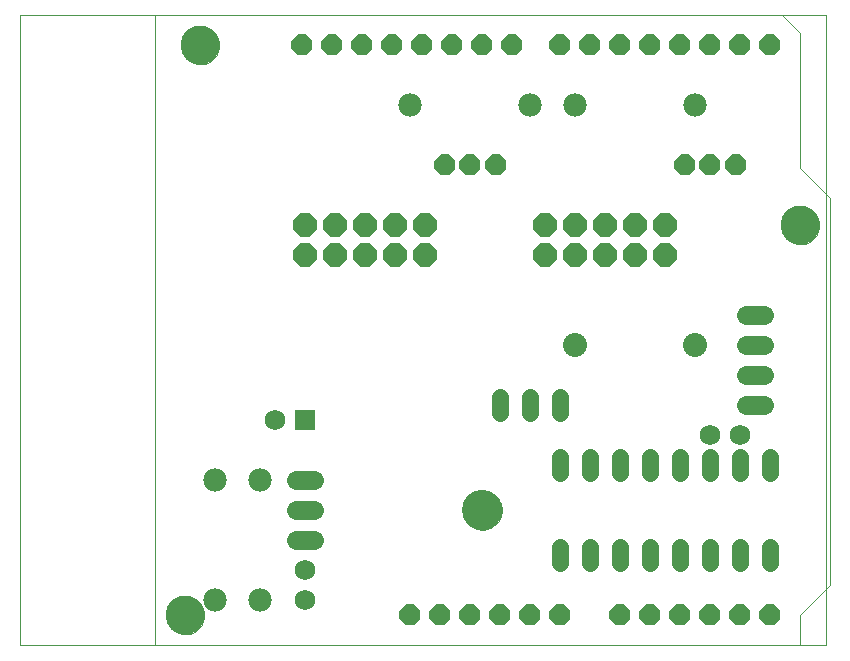
<source format=gbs>
G75*
G70*
%OFA0B0*%
%FSLAX24Y24*%
%IPPOS*%
%LPD*%
%AMOC8*
5,1,8,0,0,1.08239X$1,22.5*
%
%ADD10C,0.0000*%
%ADD11C,0.0560*%
%ADD12C,0.1300*%
%ADD13OC8,0.0700*%
%ADD14OC8,0.0780*%
%ADD15C,0.0640*%
%ADD16C,0.1340*%
%ADD17C,0.0780*%
%ADD18C,0.0690*%
%ADD19R,0.0690X0.0690*%
%ADD20C,0.0800*%
D10*
X002706Y000504D02*
X002706Y021504D01*
X028106Y021504D01*
X028706Y020904D01*
X028706Y016404D01*
X029706Y015404D01*
X029706Y002504D01*
X028706Y001504D01*
X028706Y000504D01*
X002706Y000504D01*
X007206Y000504D02*
X007206Y021500D01*
X029576Y021500D01*
X029576Y000504D01*
X007206Y000504D01*
X007576Y001504D02*
X007578Y001554D01*
X007584Y001604D01*
X007594Y001653D01*
X007608Y001701D01*
X007625Y001748D01*
X007646Y001793D01*
X007671Y001837D01*
X007699Y001878D01*
X007731Y001917D01*
X007765Y001954D01*
X007802Y001988D01*
X007842Y002018D01*
X007884Y002045D01*
X007928Y002069D01*
X007974Y002090D01*
X008021Y002106D01*
X008069Y002119D01*
X008119Y002128D01*
X008168Y002133D01*
X008219Y002134D01*
X008269Y002131D01*
X008318Y002124D01*
X008367Y002113D01*
X008415Y002098D01*
X008461Y002080D01*
X008506Y002058D01*
X008549Y002032D01*
X008590Y002003D01*
X008629Y001971D01*
X008665Y001936D01*
X008697Y001898D01*
X008727Y001858D01*
X008754Y001815D01*
X008777Y001771D01*
X008796Y001725D01*
X008812Y001677D01*
X008824Y001628D01*
X008832Y001579D01*
X008836Y001529D01*
X008836Y001479D01*
X008832Y001429D01*
X008824Y001380D01*
X008812Y001331D01*
X008796Y001283D01*
X008777Y001237D01*
X008754Y001193D01*
X008727Y001150D01*
X008697Y001110D01*
X008665Y001072D01*
X008629Y001037D01*
X008590Y001005D01*
X008549Y000976D01*
X008506Y000950D01*
X008461Y000928D01*
X008415Y000910D01*
X008367Y000895D01*
X008318Y000884D01*
X008269Y000877D01*
X008219Y000874D01*
X008168Y000875D01*
X008119Y000880D01*
X008069Y000889D01*
X008021Y000902D01*
X007974Y000918D01*
X007928Y000939D01*
X007884Y000963D01*
X007842Y000990D01*
X007802Y001020D01*
X007765Y001054D01*
X007731Y001091D01*
X007699Y001130D01*
X007671Y001171D01*
X007646Y001215D01*
X007625Y001260D01*
X007608Y001307D01*
X007594Y001355D01*
X007584Y001404D01*
X007578Y001454D01*
X007576Y001504D01*
X017456Y005004D02*
X017458Y005054D01*
X017464Y005104D01*
X017474Y005154D01*
X017487Y005202D01*
X017504Y005250D01*
X017525Y005296D01*
X017549Y005340D01*
X017577Y005382D01*
X017608Y005422D01*
X017642Y005459D01*
X017679Y005494D01*
X017718Y005525D01*
X017759Y005554D01*
X017803Y005579D01*
X017849Y005601D01*
X017896Y005619D01*
X017944Y005633D01*
X017993Y005644D01*
X018043Y005651D01*
X018093Y005654D01*
X018144Y005653D01*
X018194Y005648D01*
X018244Y005639D01*
X018292Y005627D01*
X018340Y005610D01*
X018386Y005590D01*
X018431Y005567D01*
X018474Y005540D01*
X018514Y005510D01*
X018552Y005477D01*
X018587Y005441D01*
X018620Y005402D01*
X018649Y005361D01*
X018675Y005318D01*
X018698Y005273D01*
X018717Y005226D01*
X018732Y005178D01*
X018744Y005129D01*
X018752Y005079D01*
X018756Y005029D01*
X018756Y004979D01*
X018752Y004929D01*
X018744Y004879D01*
X018732Y004830D01*
X018717Y004782D01*
X018698Y004735D01*
X018675Y004690D01*
X018649Y004647D01*
X018620Y004606D01*
X018587Y004567D01*
X018552Y004531D01*
X018514Y004498D01*
X018474Y004468D01*
X018431Y004441D01*
X018386Y004418D01*
X018340Y004398D01*
X018292Y004381D01*
X018244Y004369D01*
X018194Y004360D01*
X018144Y004355D01*
X018093Y004354D01*
X018043Y004357D01*
X017993Y004364D01*
X017944Y004375D01*
X017896Y004389D01*
X017849Y004407D01*
X017803Y004429D01*
X017759Y004454D01*
X017718Y004483D01*
X017679Y004514D01*
X017642Y004549D01*
X017608Y004586D01*
X017577Y004626D01*
X017549Y004668D01*
X017525Y004712D01*
X017504Y004758D01*
X017487Y004806D01*
X017474Y004854D01*
X017464Y004904D01*
X017458Y004954D01*
X017456Y005004D01*
X028076Y014504D02*
X028078Y014554D01*
X028084Y014604D01*
X028094Y014653D01*
X028108Y014701D01*
X028125Y014748D01*
X028146Y014793D01*
X028171Y014837D01*
X028199Y014878D01*
X028231Y014917D01*
X028265Y014954D01*
X028302Y014988D01*
X028342Y015018D01*
X028384Y015045D01*
X028428Y015069D01*
X028474Y015090D01*
X028521Y015106D01*
X028569Y015119D01*
X028619Y015128D01*
X028668Y015133D01*
X028719Y015134D01*
X028769Y015131D01*
X028818Y015124D01*
X028867Y015113D01*
X028915Y015098D01*
X028961Y015080D01*
X029006Y015058D01*
X029049Y015032D01*
X029090Y015003D01*
X029129Y014971D01*
X029165Y014936D01*
X029197Y014898D01*
X029227Y014858D01*
X029254Y014815D01*
X029277Y014771D01*
X029296Y014725D01*
X029312Y014677D01*
X029324Y014628D01*
X029332Y014579D01*
X029336Y014529D01*
X029336Y014479D01*
X029332Y014429D01*
X029324Y014380D01*
X029312Y014331D01*
X029296Y014283D01*
X029277Y014237D01*
X029254Y014193D01*
X029227Y014150D01*
X029197Y014110D01*
X029165Y014072D01*
X029129Y014037D01*
X029090Y014005D01*
X029049Y013976D01*
X029006Y013950D01*
X028961Y013928D01*
X028915Y013910D01*
X028867Y013895D01*
X028818Y013884D01*
X028769Y013877D01*
X028719Y013874D01*
X028668Y013875D01*
X028619Y013880D01*
X028569Y013889D01*
X028521Y013902D01*
X028474Y013918D01*
X028428Y013939D01*
X028384Y013963D01*
X028342Y013990D01*
X028302Y014020D01*
X028265Y014054D01*
X028231Y014091D01*
X028199Y014130D01*
X028171Y014171D01*
X028146Y014215D01*
X028125Y014260D01*
X028108Y014307D01*
X028094Y014355D01*
X028084Y014404D01*
X028078Y014454D01*
X028076Y014504D01*
X008076Y020504D02*
X008078Y020554D01*
X008084Y020604D01*
X008094Y020653D01*
X008108Y020701D01*
X008125Y020748D01*
X008146Y020793D01*
X008171Y020837D01*
X008199Y020878D01*
X008231Y020917D01*
X008265Y020954D01*
X008302Y020988D01*
X008342Y021018D01*
X008384Y021045D01*
X008428Y021069D01*
X008474Y021090D01*
X008521Y021106D01*
X008569Y021119D01*
X008619Y021128D01*
X008668Y021133D01*
X008719Y021134D01*
X008769Y021131D01*
X008818Y021124D01*
X008867Y021113D01*
X008915Y021098D01*
X008961Y021080D01*
X009006Y021058D01*
X009049Y021032D01*
X009090Y021003D01*
X009129Y020971D01*
X009165Y020936D01*
X009197Y020898D01*
X009227Y020858D01*
X009254Y020815D01*
X009277Y020771D01*
X009296Y020725D01*
X009312Y020677D01*
X009324Y020628D01*
X009332Y020579D01*
X009336Y020529D01*
X009336Y020479D01*
X009332Y020429D01*
X009324Y020380D01*
X009312Y020331D01*
X009296Y020283D01*
X009277Y020237D01*
X009254Y020193D01*
X009227Y020150D01*
X009197Y020110D01*
X009165Y020072D01*
X009129Y020037D01*
X009090Y020005D01*
X009049Y019976D01*
X009006Y019950D01*
X008961Y019928D01*
X008915Y019910D01*
X008867Y019895D01*
X008818Y019884D01*
X008769Y019877D01*
X008719Y019874D01*
X008668Y019875D01*
X008619Y019880D01*
X008569Y019889D01*
X008521Y019902D01*
X008474Y019918D01*
X008428Y019939D01*
X008384Y019963D01*
X008342Y019990D01*
X008302Y020020D01*
X008265Y020054D01*
X008231Y020091D01*
X008199Y020130D01*
X008171Y020171D01*
X008146Y020215D01*
X008125Y020260D01*
X008108Y020307D01*
X008094Y020355D01*
X008084Y020404D01*
X008078Y020454D01*
X008076Y020504D01*
D11*
X018706Y008764D02*
X018706Y008244D01*
X019706Y008244D02*
X019706Y008764D01*
X020706Y008764D02*
X020706Y008244D01*
X020706Y006764D02*
X020706Y006244D01*
X021706Y006244D02*
X021706Y006764D01*
X022706Y006764D02*
X022706Y006244D01*
X023706Y006244D02*
X023706Y006764D01*
X024706Y006764D02*
X024706Y006244D01*
X025706Y006244D02*
X025706Y006764D01*
X026706Y006764D02*
X026706Y006244D01*
X027706Y006244D02*
X027706Y006764D01*
X027706Y003764D02*
X027706Y003244D01*
X026706Y003244D02*
X026706Y003764D01*
X025706Y003764D02*
X025706Y003244D01*
X024706Y003244D02*
X024706Y003764D01*
X023706Y003764D02*
X023706Y003244D01*
X022706Y003244D02*
X022706Y003764D01*
X021706Y003764D02*
X021706Y003244D01*
X020706Y003244D02*
X020706Y003764D01*
D12*
X008206Y001504D03*
X028706Y014504D03*
X008706Y020504D03*
D13*
X012106Y020504D03*
X013106Y020504D03*
X014106Y020504D03*
X015106Y020504D03*
X016106Y020504D03*
X017106Y020504D03*
X018106Y020504D03*
X019106Y020504D03*
X020706Y020504D03*
X021706Y020504D03*
X022706Y020504D03*
X023706Y020504D03*
X024706Y020504D03*
X025706Y020504D03*
X026706Y020504D03*
X027706Y020504D03*
X026556Y016504D03*
X025706Y016504D03*
X024856Y016504D03*
X018556Y016504D03*
X017706Y016504D03*
X016856Y016504D03*
X016706Y001504D03*
X015706Y001504D03*
X017706Y001504D03*
X018706Y001504D03*
X019706Y001504D03*
X020706Y001504D03*
X022706Y001504D03*
X023706Y001504D03*
X024706Y001504D03*
X025706Y001504D03*
X026706Y001504D03*
X027706Y001504D03*
D14*
X024206Y013504D03*
X023206Y013504D03*
X022206Y013504D03*
X021206Y013504D03*
X020206Y013504D03*
X020206Y014504D03*
X021206Y014504D03*
X022206Y014504D03*
X023206Y014504D03*
X024206Y014504D03*
X016206Y014504D03*
X015206Y014504D03*
X014206Y014504D03*
X013206Y014504D03*
X012206Y014504D03*
X012206Y013504D03*
X013206Y013504D03*
X014206Y013504D03*
X015206Y013504D03*
X016206Y013504D03*
D15*
X026906Y011504D02*
X027506Y011504D01*
X027506Y010504D02*
X026906Y010504D01*
X026906Y009504D02*
X027506Y009504D01*
X027506Y008504D02*
X026906Y008504D01*
X012506Y006004D02*
X011906Y006004D01*
X011906Y005004D02*
X012506Y005004D01*
X012506Y004004D02*
X011906Y004004D01*
D16*
X018106Y005004D03*
D17*
X010706Y006004D03*
X009206Y006004D03*
X009206Y002004D03*
X010706Y002004D03*
X015706Y018504D03*
X019706Y018504D03*
X021206Y018504D03*
X025206Y018504D03*
D18*
X011206Y008004D03*
X012206Y003004D03*
X012206Y002004D03*
X025706Y007504D03*
X026706Y007504D03*
D19*
X012206Y008004D03*
D20*
X021206Y010504D03*
X025206Y010504D03*
M02*

</source>
